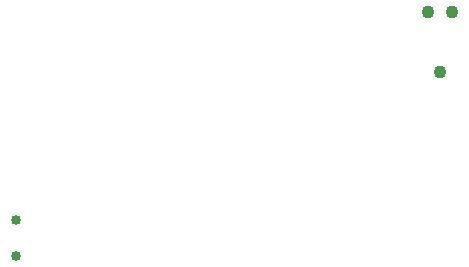
<source format=gbs>
G04 EAGLE Gerber RS-274X export*
G75*
%MOMM*%
%FSLAX34Y34*%
%LPD*%
%INSoldermask Bottom*%
%IPPOS*%
%AMOC8*
5,1,8,0,0,1.08239X$1,22.5*%
G01*
%ADD10C,1.092600*%
%ADD11C,0.851600*%


D10*
X395500Y631300D03*
X385340Y682100D03*
X405660Y682100D03*
D11*
X37000Y506700D03*
X37000Y476200D03*
M02*

</source>
